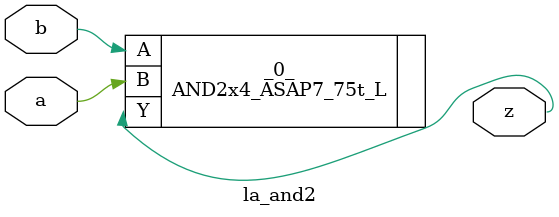
<source format=v>

/* Generated by Yosys 0.44 (git sha1 80ba43d26, g++ 11.4.0-1ubuntu1~22.04 -fPIC -O3) */

(* top =  1  *)
(* src = "generated" *)
(* keep_hierarchy *)
module la_and2 (
    a,
    b,
    z
);
  (* src = "generated" *)
  input a;
  wire a;
  (* src = "generated" *)
  input b;
  wire b;
  (* src = "generated" *)
  output z;
  wire z;
  AND2x4_ASAP7_75t_L _0_ (
      .A(b),
      .B(a),
      .Y(z)
  );
endmodule

</source>
